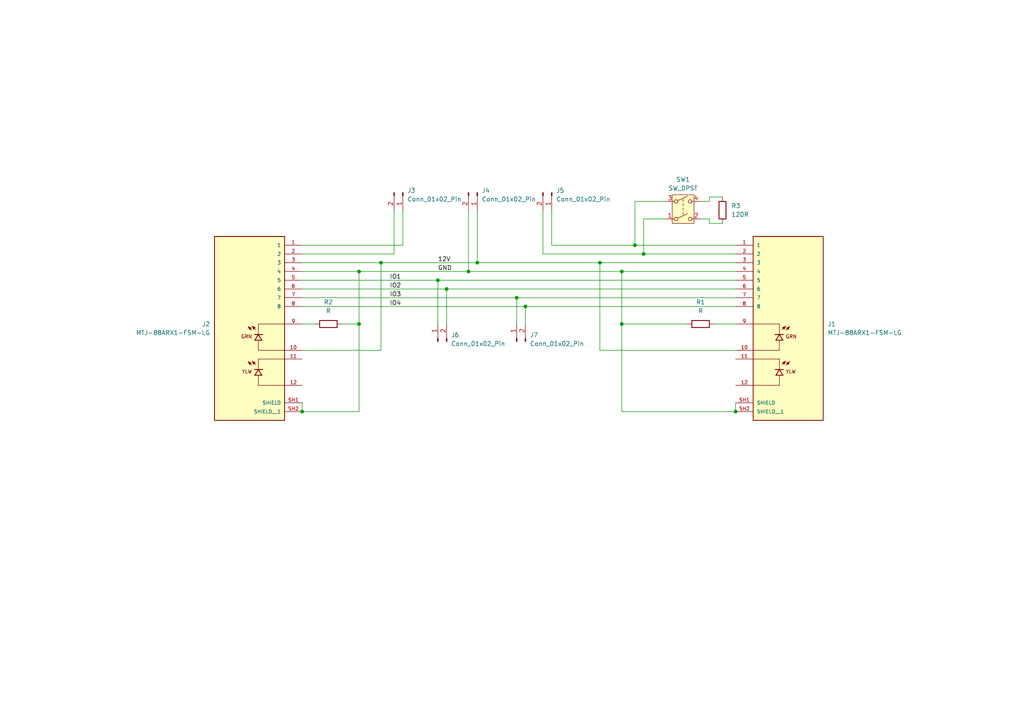
<source format=kicad_sch>
(kicad_sch (version 20250114) (generator "eeschema") (generator_version "9.0")
  (paper "A4")
  (lib_symbols
    (symbol "Connector:Conn_01x02_Pin" (pin_names (offset 1.016) (hide yes))
      (property "Reference" "J" (at 0 2.54 0))
      (property "Value" "Conn_01x02_Pin" (at 0 -5.08 0))
      (symbol "Conn_01x02_Pin_1_1"
        (rectangle (start 0.8636 0.127) (end 0 -0.127) (stroke (width 0.1524)) (fill (type outline)))
        (rectangle (start 0.8636 -2.413) (end 0 -2.667) (stroke (width 0.1524)) (fill (type outline)))
        (polyline (pts (xy 1.27 0) (xy 0.8636 0)) (stroke (width 0.1524)))
        (polyline (pts (xy 1.27 -2.54) (xy 0.8636 -2.54)) (stroke (width 0.1524)))
        (pin passive line (at 5.08 0 180) (length 3.81) (name "Pin_1") (number "1"))
        (pin passive line (at 5.08 -2.54 180) (length 3.81) (name "Pin_2") (number "2"))
      )
    )
    (symbol "Device:R" (pin_numbers (hide yes)) (pin_names (offset 0))
      (property "Reference" "R" (at 2.032 0 90))
      (property "Value" "R" (at 0 0 90))
      (symbol "R_0_1"
        (rectangle (start -1.016 -2.54) (end 1.016 2.54) (stroke (width 0.254)))
      )
      (symbol "R_1_1"
        (pin passive line (at 0 3.81 270) (length 1.27) (name "~") (number "1"))
        (pin passive line (at 0 -3.81 90) (length 1.27) (name "~") (number "2"))
      )
    )
    (symbol "MTJ-88ARX1-FSM-LG:MTJ-88ARX1-FSM-LG" (pin_names (offset 1.016))
      (property "Reference" "J" (at -10.16 26.67 0))
      (property "Value" "MTJ-88ARX1-FSM-LG" (at -10.16 -29.21 0))
      (symbol "MTJ-88ARX1-FSM-LG_0_0"
        (rectangle (start -10.16 -27.94) (end 10.16 25.4) (stroke (width 0.254)) (fill (type background)))
        (polyline (pts (xy -2.54 0) (xy -10.16 0)) (stroke (width 0.1524)))
        (polyline (pts (xy -2.54 -2.921) (xy -2.54 0)) (stroke (width 0.1524)))
        (polyline (pts (xy -2.54 -3.048) (xy -3.81 -3.048)) (stroke (width 0.254)))
        (polyline (pts (xy -2.54 -3.048) (xy -3.556 -4.699)) (stroke (width 0.254)))
        (polyline (pts (xy -2.54 -7.62) (xy -10.16 -7.62)) (stroke (width 0.1524)))
        (polyline (pts (xy -2.54 -7.62) (xy -2.54 -4.826)) (stroke (width 0.1524)))
        (polyline (pts (xy -2.54 -10.16) (xy -10.16 -10.16)) (stroke (width 0.1524)))
        (polyline (pts (xy -2.54 -13.081) (xy -2.54 -10.16)) (stroke (width 0.1524)))
        (polyline (pts (xy -2.54 -13.208) (xy -3.81 -13.208)) (stroke (width 0.254)))
        (polyline (pts (xy -2.54 -13.208) (xy -3.556 -14.859)) (stroke (width 0.254)))
        (polyline (pts (xy -2.54 -17.78) (xy -10.16 -17.78)) (stroke (width 0.1524)))
        (polyline (pts (xy -2.54 -17.78) (xy -2.54 -14.986)) (stroke (width 0.1524)))
        (polyline (pts (xy -1.778 -1.651) (xy -0.762 -0.635)) (stroke (width 0.1524)))
        (polyline (pts (xy -1.778 -11.811) (xy -0.762 -10.795)) (stroke (width 0.1524)))
        (polyline (pts (xy -1.524 -4.699) (xy -3.556 -4.699)) (stroke (width 0.254)))
        (polyline (pts (xy -1.524 -4.699) (xy -2.54 -3.048)) (stroke (width 0.254)))
        (polyline (pts (xy -1.524 -14.859) (xy -3.556 -14.859)) (stroke (width 0.254)))
        (polyline (pts (xy -1.524 -14.859) (xy -2.54 -13.208)) (stroke (width 0.254)))
        (polyline (pts (xy -1.397 -3.048) (xy -2.54 -3.048)) (stroke (width 0.254)))
        (polyline (pts (xy -1.397 -13.208) (xy -2.54 -13.208)) (stroke (width 0.254)))
        (polyline (pts (xy -0.762 -0.635) (xy -1.651 -1.016) (xy -1.143 -1.524) (xy -0.762 -0.635)) (stroke (width 0.1524)) (fill (type outline)))
        (polyline (pts (xy -0.762 -10.795) (xy -1.651 -11.176) (xy -1.143 -11.684) (xy -0.762 -10.795)) (stroke (width 0.1524)) (fill (type outline)))
        (polyline (pts (xy -0.635 -1.778) (xy 0.381 -0.762)) (stroke (width 0.1524)))
        (polyline (pts (xy -0.635 -11.938) (xy 0.381 -10.922)) (stroke (width 0.1524)))
        (polyline (pts (xy 0.381 -0.762) (xy -0.508 -1.143) (xy 0 -1.651) (xy 0.381 -0.762)) (stroke (width 0.1524)) (fill (type outline)))
        (polyline (pts (xy 0.381 -10.922) (xy -0.508 -11.303) (xy 0 -11.811) (xy 0.381 -10.922)) (stroke (width 0.1524)) (fill (type outline)))
        (text "GRN" (at -0.762 -3.048 0) (effects (font (size 1.016 1.016)) (justify left top)))
        (text "YLW" (at -0.762 -13.208 0) (effects (font (size 1.016 1.016)) (justify left top)))
        (pin passive line (at -15.24 22.86 0) (length 5.08) (name "1") (number "1"))
        (pin passive line (at -15.24 20.32 0) (length 5.08) (name "2") (number "2"))
        (pin passive line (at -15.24 17.78 0) (length 5.08) (name "3") (number "3"))
        (pin passive line (at -15.24 15.24 0) (length 5.08) (name "4") (number "4"))
        (pin passive line (at -15.24 12.7 0) (length 5.08) (name "5") (number "5"))
        (pin passive line (at -15.24 10.16 0) (length 5.08) (name "6") (number "6"))
        (pin passive line (at -15.24 7.62 0) (length 5.08) (name "7") (number "7"))
        (pin passive line (at -15.24 5.08 0) (length 5.08) (name "8") (number "8"))
        (pin passive line (at -15.24 0 0) (length 5.08) (name "~") (number "9"))
        (pin passive line (at -15.24 -7.62 0) (length 5.08) (name "~") (number "10"))
        (pin passive line (at -15.24 -10.16 0) (length 5.08) (name "~") (number "11"))
        (pin passive line (at -15.24 -17.78 0) (length 5.08) (name "~") (number "12"))
        (pin passive line (at -15.24 -22.86 0) (length 5.08) (name "SHIELD") (number "SH1"))
        (pin passive line (at -15.24 -25.4 0) (length 5.08) (name "SHIELD__1") (number "SH2"))
      )
    )
    (symbol "Switch:SW_DPST" (pin_names (offset 0) (hide yes))
      (property "Reference" "SW" (at 0 6.35 0))
      (property "Value" "SW_DPST" (at 0 -5.08 0))
      (symbol "SW_DPST_0_0"
        (circle (center -2.032 2.54) (radius 0.508))
        (circle (center -2.032 -2.54) (radius 0.508))
        (polyline (pts (xy -1.524 2.794) (xy 1.27 4.064)))
        (polyline (pts (xy -1.524 -2.286) (xy 1.27 -1.016)))
        (polyline (pts (xy 0 2.54) (xy 0 3.175)))
        (polyline (pts (xy 0 1.27) (xy 0 1.905)))
        (polyline (pts (xy 0 0) (xy 0 0.635)))
        (polyline (pts (xy 0 -1.27) (xy 0 -0.635)))
        (circle (center 2.032 2.54) (radius 0.508))
        (circle (center 2.032 -2.54) (radius 0.508))
      )
      (symbol "SW_DPST_1_1"
        (rectangle (start -3.175 4.445) (end 3.175 -3.81) (fill (type background)))
        (pin passive line (at -5.08 2.54 0) (length 2.54) (name "3") (number "3"))
        (pin passive line (at -5.08 -2.54 0) (length 2.54) (name "1") (number "1"))
        (pin passive line (at 5.08 2.54 180) (length 2.54) (name "4") (number "4"))
        (pin passive line (at 5.08 -2.54 180) (length 2.54) (name "2") (number "2"))
      )
    )
  )
  (junction (at 152.4 88.9))
  (junction (at 104.14 78.74))
  (junction (at 213.36 119.38))
  (junction (at 135.89 78.74))
  (junction (at 184.15 71.12))
  (junction (at 186.69 73.66))
  (junction (at 110.49 76.2))
  (junction (at 138.43 76.2))
  (junction (at 127 81.28))
  (junction (at 104.14 93.98))
  (junction (at 180.34 78.74))
  (junction (at 180.34 93.98))
  (junction (at 129.54 83.82))
  (junction (at 149.86 86.36))
  (junction (at 87.63 119.38))
  (junction (at 173.99 76.2))
  (wire (pts (xy 87.63 93.98) (xy 91.44 93.98)))
  (wire (pts (xy 129.54 83.82) (xy 129.54 93.98)))
  (wire (pts (xy 205.74 58.42) (xy 205.74 57.15)))
  (wire (pts (xy 114.3 73.66) (xy 87.63 73.66)))
  (wire (pts (xy 149.86 86.36) (xy 213.36 86.36)))
  (wire (pts (xy 186.69 73.66) (xy 186.69 63.5)))
  (wire (pts (xy 127 81.28) (xy 127 93.98)))
  (wire (pts (xy 87.63 86.36) (xy 149.86 86.36)))
  (wire (pts (xy 129.54 83.82) (xy 213.36 83.82)))
  (wire (pts (xy 173.99 101.6) (xy 173.99 76.2)))
  (wire (pts (xy 138.43 76.2) (xy 138.43 60.96)))
  (wire (pts (xy 87.63 116.84) (xy 87.63 119.38)))
  (wire (pts (xy 180.34 119.38) (xy 213.36 119.38)))
  (wire (pts (xy 180.34 93.98) (xy 180.34 119.38)))
  (wire (pts (xy 87.63 83.82) (xy 129.54 83.82)))
  (wire (pts (xy 186.69 73.66) (xy 213.36 73.66)))
  (wire (pts (xy 110.49 76.2) (xy 110.49 101.6)))
  (wire (pts (xy 209.55 64.77) (xy 205.74 64.77)))
  (wire (pts (xy 160.02 71.12) (xy 160.02 60.96)))
  (wire (pts (xy 173.99 76.2) (xy 213.36 76.2)))
  (wire (pts (xy 213.36 116.84) (xy 213.36 119.38)))
  (wire (pts (xy 149.86 86.36) (xy 149.86 93.98)))
  (wire (pts (xy 205.74 57.15) (xy 209.55 57.15)))
  (wire (pts (xy 213.36 71.12) (xy 184.15 71.12)))
  (wire (pts (xy 87.63 81.28) (xy 127 81.28)))
  (wire (pts (xy 184.15 58.42) (xy 193.04 58.42)))
  (wire (pts (xy 138.43 76.2) (xy 173.99 76.2)))
  (wire (pts (xy 135.89 78.74) (xy 180.34 78.74)))
  (wire (pts (xy 184.15 71.12) (xy 184.15 58.42)))
  (wire (pts (xy 186.69 63.5) (xy 193.04 63.5)))
  (wire (pts (xy 104.14 78.74) (xy 104.14 93.98)))
  (wire (pts (xy 104.14 78.74) (xy 135.89 78.74)))
  (wire (pts (xy 127 81.28) (xy 213.36 81.28)))
  (wire (pts (xy 110.49 101.6) (xy 87.63 101.6)))
  (wire (pts (xy 205.74 63.5) (xy 203.2 63.5)))
  (wire (pts (xy 104.14 93.98) (xy 104.14 119.38)))
  (wire (pts (xy 157.48 60.96) (xy 157.48 73.66)))
  (wire (pts (xy 152.4 88.9) (xy 152.4 93.98)))
  (wire (pts (xy 110.49 76.2) (xy 138.43 76.2)))
  (wire (pts (xy 207.01 93.98) (xy 213.36 93.98)))
  (wire (pts (xy 135.89 78.74) (xy 135.89 60.96)))
  (wire (pts (xy 114.3 60.96) (xy 114.3 73.66)))
  (wire (pts (xy 180.34 93.98) (xy 180.34 78.74)))
  (wire (pts (xy 205.74 64.77) (xy 205.74 63.5)))
  (wire (pts (xy 116.84 71.12) (xy 116.84 60.96)))
  (wire (pts (xy 152.4 88.9) (xy 213.36 88.9)))
  (wire (pts (xy 87.63 71.12) (xy 116.84 71.12)))
  (wire (pts (xy 213.36 101.6) (xy 173.99 101.6)))
  (wire (pts (xy 87.63 78.74) (xy 104.14 78.74)))
  (wire (pts (xy 104.14 119.38) (xy 87.63 119.38)))
  (wire (pts (xy 199.39 93.98) (xy 180.34 93.98)))
  (wire (pts (xy 87.63 88.9) (xy 152.4 88.9)))
  (wire (pts (xy 203.2 58.42) (xy 205.74 58.42)))
  (wire (pts (xy 104.14 93.98) (xy 99.06 93.98)))
  (wire (pts (xy 184.15 71.12) (xy 160.02 71.12)))
  (wire (pts (xy 157.48 73.66) (xy 186.69 73.66)))
  (wire (pts (xy 180.34 78.74) (xy 213.36 78.74)))
  (wire (pts (xy 87.63 76.2) (xy 110.49 76.2)))
  (label "GND" (at 127 78.74 0))
  (label "IO4" (at 113.03 88.9 0))
  (label "IO1" (at 113.03 81.28 0))
  (label "12V" (at 127 76.2 0))
  (label "IO2" (at 113.03 83.82 0))
  (label "IO3" (at 113.03 86.36 0))
  (symbol (lib_id "Connector:Conn_01x02_Pin") (at 138.43 55.88 270) (unit 1)
    (property "Reference" "J4" (at 139.7 55.2449 90) (effects (justify left)))
    (property "Value" "Conn_01x02_Pin" (at 139.7 57.7849 90) (effects (justify left)))
    (property "Footprint" "custom:TerminalBlock_WAGO_2601-1102_1x02_P3.50mm_Horizontal w-model" (effects (hide yes)))
    (property "Description" "Generic connector, single row, 01x02, script generated" (effects (hide yes)))
  )
  (symbol (lib_id "Switch:SW_DPST") (at 198.12 60.96 0) (unit 1)
    (property "Reference" "SW1" (at 198.12 52.07 0))
    (property "Value" "SW_DPST" (at 198.12 54.61 0))
    (property "Footprint" "custom:206-211" (effects (hide yes)))
    (property "Description" "Double Pole Single Throw (DPST) Switch" (effects (hide yes)))
  )
  (symbol (lib_id "Device:R") (at 209.55 60.96 0) (unit 1)
    (property "Reference" "R3" (at 212.09 59.6899 0) (effects (justify left)))
    (property "Value" "120R" (at 212.09 62.2299 0) (effects (justify left)))
    (property "Footprint" "Resistor_THT:R_Axial_DIN0207_L6.3mm_D2.5mm_P10.16mm_Horizontal" (effects (hide yes)))
    (property "Description" "Resistor" (effects (hide yes)))
  )
  (symbol (lib_id "Device:R") (at 95.25 93.98 90) (unit 1)
    (property "Reference" "R2" (at 95.25 87.63 90))
    (property "Value" "R" (at 95.25 90.17 90))
    (property "Footprint" "Resistor_THT:R_Axial_DIN0207_L6.3mm_D2.5mm_P10.16mm_Horizontal" (effects (hide yes)))
    (property "Description" "Resistor" (effects (hide yes)))
  )
  (symbol (lib_id "Connector:Conn_01x02_Pin") (at 149.86 99.06 90) (unit 1)
    (property "Reference" "J7" (at 153.67 97.1549 90) (effects (justify right)))
    (property "Value" "Conn_01x02_Pin" (at 153.67 99.6949 90) (effects (justify right)))
    (property "Footprint" "custom:TerminalBlock_WAGO_2601-1102_1x02_P3.50mm_Horizontal w-model" (effects (hide yes)))
    (property "Description" "Generic connector, single row, 01x02, script generated" (effects (hide yes)))
  )
  (symbol (lib_id "MTJ-88ARX1-FSM-LG:MTJ-88ARX1-FSM-LG") (at 72.39 93.98 0) (mirror y) (unit 1)
    (property "Reference" "J2" (at 60.96 93.9799 0) (effects (justify left)))
    (property "Value" "MTJ-88ARX1-FSM-LG" (at 60.96 96.5199 0) (effects (justify left)))
    (property "Footprint" "custom:ADAMTECH_MTJ-88ARX1-FSM-LG" (effects (hide yes)))
    (property "PARTREV" "H" (effects (hide yes)))
    (property "STANDARD" "Manufacturer Recommendations" (effects (hide yes)))
    (property "MAXIMUM_PACKAGE_HEIGHT" "13.20mm" (effects (hide yes)))
    (property "MANUFACTURER" "Adam Tech" (effects (hide yes)))
  )
  (symbol (lib_id "Connector:Conn_01x02_Pin") (at 116.84 55.88 270) (unit 1)
    (property "Reference" "J3" (at 118.11 55.2449 90) (effects (justify left)))
    (property "Value" "Conn_01x02_Pin" (at 118.11 57.7849 90) (effects (justify left)))
    (property "Footprint" "custom:TerminalBlock_WAGO_2601-1102_1x02_P3.50mm_Horizontal w-model" (effects (hide yes)))
    (property "Description" "Generic connector, single row, 01x02, script generated" (effects (hide yes)))
  )
  (symbol (lib_id "Connector:Conn_01x02_Pin") (at 160.02 55.88 270) (unit 1)
    (property "Reference" "J5" (at 161.29 55.2449 90) (effects (justify left)))
    (property "Value" "Conn_01x02_Pin" (at 161.29 57.7849 90) (effects (justify left)))
    (property "Footprint" "custom:TerminalBlock_WAGO_2601-1102_1x02_P3.50mm_Horizontal w-model" (effects (hide yes)))
    (property "Description" "Generic connector, single row, 01x02, script generated" (effects (hide yes)))
  )
  (symbol (lib_id "Device:R") (at 203.2 93.98 270) (unit 1)
    (property "Reference" "R1" (at 203.2 87.63 90))
    (property "Value" "R" (at 203.2 90.17 90))
    (property "Footprint" "Resistor_THT:R_Axial_DIN0207_L6.3mm_D2.5mm_P10.16mm_Horizontal" (effects (hide yes)))
    (property "Description" "Resistor" (effects (hide yes)))
  )
  (symbol (lib_id "Connector:Conn_01x02_Pin") (at 127 99.06 90) (unit 1)
    (property "Reference" "J6" (at 130.81 97.1549 90) (effects (justify right)))
    (property "Value" "Conn_01x02_Pin" (at 130.81 99.6949 90) (effects (justify right)))
    (property "Footprint" "custom:TerminalBlock_WAGO_2601-1102_1x02_P3.50mm_Horizontal w-model" (effects (hide yes)))
    (property "Description" "Generic connector, single row, 01x02, script generated" (effects (hide yes)))
  )
  (symbol (lib_id "MTJ-88ARX1-FSM-LG:MTJ-88ARX1-FSM-LG") (at 228.6 93.98 0) (unit 1)
    (property "Reference" "J1" (at 240.03 93.9799 0) (effects (justify left)))
    (property "Value" "MTJ-88ARX1-FSM-LG" (at 240.03 96.5199 0) (effects (justify left)))
    (property "Footprint" "custom:ADAMTECH_MTJ-88ARX1-FSM-LG" (effects (hide yes)))
    (property "PARTREV" "H" (effects (hide yes)))
    (property "STANDARD" "Manufacturer Recommendations" (effects (hide yes)))
    (property "MAXIMUM_PACKAGE_HEIGHT" "13.20mm" (effects (hide yes)))
    (property "MANUFACTURER" "Adam Tech" (effects (hide yes)))
  )
)
</source>
